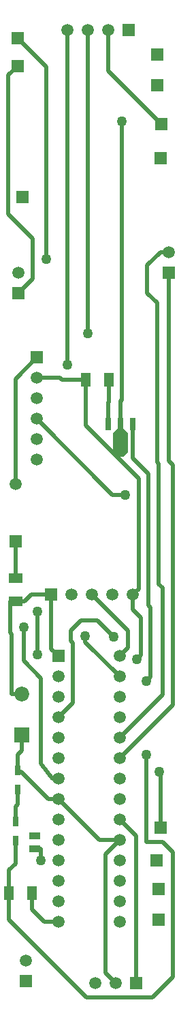
<source format=gbr>
G04 Layer_Physical_Order=1*
G04 Layer_Color=255*
%FSLAX24Y24*%
%MOIN*%
%TF.FileFunction,Copper,L1,Top,Signal*%
%TF.Part,Single*%
G01*
G75*
%TA.AperFunction,SMDPad,CuDef*%
%ADD10R,0.0453X0.0709*%
%ADD11R,0.0532X0.0374*%
%ADD12R,0.0709X0.0453*%
%ADD13R,0.0300X0.0450*%
%ADD14R,0.0276X0.0630*%
%ADD15R,0.0315X0.0551*%
%TA.AperFunction,Conductor*%
%ADD16C,0.0197*%
%TA.AperFunction,ComponentPad*%
%ADD17C,0.0591*%
%ADD18R,0.0591X0.0591*%
%ADD19R,0.0591X0.0591*%
%ADD20C,0.0728*%
%ADD21R,0.0728X0.0728*%
%TA.AperFunction,ViaPad*%
%ADD22C,0.0500*%
G36*
X61824Y63277D02*
Y62372D01*
X61607Y62155D01*
X61293D01*
X61076Y62372D01*
Y63277D01*
X61293Y63494D01*
X61607D01*
X61824Y63277D01*
D02*
G37*
D10*
X59729Y65900D02*
D03*
X60871D02*
D03*
X55979Y40800D02*
D03*
X57121D02*
D03*
D11*
X57250Y43615D02*
D03*
Y42985D02*
D03*
D12*
X56300Y55079D02*
D03*
Y56221D02*
D03*
D13*
Y44313D02*
D03*
Y43387D02*
D03*
X56400Y46813D02*
D03*
Y45887D02*
D03*
D14*
X60859Y63730D02*
D03*
X62041D02*
D03*
D15*
X61450Y63769D02*
D03*
D16*
X56060Y53540D02*
Y55079D01*
X56400Y46740D02*
X56565D01*
X57550Y42400D02*
Y42985D01*
X56400Y82600D02*
X57800Y81200D01*
Y71800D02*
Y81200D01*
X57370Y52460D02*
Y54580D01*
X58100Y46400D02*
X58400D01*
X57550Y47130D02*
X58100Y46400D01*
X57550Y47130D02*
Y51320D01*
X56710Y52160D02*
X57550Y51320D01*
X56710Y52160D02*
Y53800D01*
X57121Y40000D02*
Y40800D01*
Y40000D02*
X57721Y39400D01*
X58400D01*
X58850Y66640D02*
Y83000D01*
X59850Y68180D02*
Y83000D01*
X62041Y62087D02*
Y63730D01*
Y62087D02*
X62824Y61304D01*
Y54881D02*
Y61304D01*
Y54881D02*
X62926Y54779D01*
Y51386D02*
Y54779D01*
X62700Y51160D02*
X62926Y51386D01*
X62700Y43300D02*
Y47560D01*
Y43300D02*
X63500D01*
X64000Y42800D01*
Y36700D02*
Y42800D01*
X63000Y35700D02*
X64000Y36700D01*
X59780Y35700D02*
X63000D01*
X55979Y39501D02*
X59780Y35700D01*
X55979Y39501D02*
Y40800D01*
X58050Y52750D02*
Y55400D01*
Y52750D02*
X58400Y52400D01*
X61450Y63769D02*
Y64870D01*
X61500Y64920D01*
Y78550D01*
X61400Y48400D02*
X63494Y50494D01*
Y55742D01*
X63321Y55915D02*
X63494Y55742D01*
X63321Y55915D02*
Y61809D01*
X63245Y61885D02*
X63321Y61809D01*
X63245Y61885D02*
Y69662D01*
X62760Y70147D02*
X63245Y69662D01*
X62760Y70147D02*
Y71500D01*
X63410Y72150D01*
X63800D01*
X57350Y64000D02*
X61060Y60290D01*
X61679D01*
X60313Y54157D02*
X61120Y53350D01*
X59500Y54157D02*
X60313D01*
X59000Y53657D02*
X59500Y54157D01*
X59000Y53140D02*
Y53657D01*
Y53140D02*
X59100Y53040D01*
Y50100D02*
Y53040D01*
X58400Y49400D02*
X59100Y50100D01*
X59729Y63671D02*
Y65900D01*
Y63671D02*
X62327Y61073D01*
Y55677D02*
Y61073D01*
X62050Y55400D02*
X62327Y55677D01*
X63400Y44000D02*
Y46698D01*
X63348Y46750D02*
X63400Y46698D01*
X62240Y52250D02*
X62429Y52439D01*
Y54280D01*
X62050Y54659D02*
X62429Y54280D01*
X62050Y54659D02*
Y55400D01*
X56300Y55079D02*
X56753D01*
X57074Y55400D01*
X58050D01*
X61400Y52400D02*
X61819Y52819D01*
Y53631D01*
X60050Y55400D02*
X61819Y53631D01*
X56120Y50550D02*
X56600D01*
X56120D02*
Y53480D01*
X56060Y53540D02*
X56120Y53480D01*
X56060Y55079D02*
X56300D01*
Y60798D02*
Y65950D01*
X57350Y67000D01*
X63800Y61950D02*
Y71150D01*
Y61950D02*
X64000Y61750D01*
Y50000D02*
Y61750D01*
X61400Y47400D02*
X64000Y50000D01*
X59710Y53090D02*
X61400Y51400D01*
X59710Y53090D02*
Y53360D01*
X56400Y46740D02*
Y46813D01*
X56565Y46740D02*
X57905Y45400D01*
X58400D01*
X60871Y64811D02*
Y65900D01*
X60859Y64800D02*
X60871Y64811D01*
X60859Y63730D02*
Y64800D01*
X57250Y42985D02*
X57550D01*
X60400Y43400D02*
X61400D01*
X58400Y45400D02*
X60400Y43400D01*
X60700Y36900D02*
X61200Y36400D01*
X60700Y36900D02*
Y42700D01*
X61400Y43400D01*
X60850Y81000D02*
Y83000D01*
Y81000D02*
X63450Y78400D01*
X62200Y36400D02*
Y43600D01*
X61400Y44400D02*
X62200Y43600D01*
X56450Y70150D02*
X57150Y70850D01*
Y72800D01*
X55950Y74000D02*
X57150Y72800D01*
X55950Y74000D02*
Y80800D01*
X56400Y81250D01*
X56300Y56221D02*
Y58002D01*
X56400Y45150D02*
Y45887D01*
X56300Y45050D02*
X56400Y45150D01*
X56300Y44313D02*
Y45050D01*
Y42251D02*
Y43387D01*
X55979Y41930D02*
X56300Y42251D01*
X55979Y40800D02*
Y41930D01*
X58580Y65900D02*
X59729D01*
X58480Y66000D02*
X58580Y65900D01*
X57350Y66000D02*
X58480D01*
X56600Y47780D02*
Y48550D01*
X56400Y47580D02*
X56600Y47780D01*
X56400Y46813D02*
Y47580D01*
D17*
X56800Y37500D02*
D03*
X57350Y62000D02*
D03*
Y63000D02*
D03*
Y64000D02*
D03*
Y65000D02*
D03*
Y66000D02*
D03*
X61400Y39400D02*
D03*
Y40400D02*
D03*
Y41400D02*
D03*
Y42400D02*
D03*
Y43400D02*
D03*
Y44400D02*
D03*
Y45400D02*
D03*
Y46400D02*
D03*
Y47400D02*
D03*
Y48400D02*
D03*
Y49400D02*
D03*
Y50400D02*
D03*
Y51400D02*
D03*
Y52400D02*
D03*
X58400Y39400D02*
D03*
Y40400D02*
D03*
Y41400D02*
D03*
Y42400D02*
D03*
Y43400D02*
D03*
Y44400D02*
D03*
Y45400D02*
D03*
Y46400D02*
D03*
Y47400D02*
D03*
Y48400D02*
D03*
Y49400D02*
D03*
Y50400D02*
D03*
Y51400D02*
D03*
X59050Y55400D02*
D03*
X60050D02*
D03*
X61050D02*
D03*
X62050D02*
D03*
X56300Y60798D02*
D03*
X56450Y71150D02*
D03*
X63800Y72150D02*
D03*
X60850Y83000D02*
D03*
X59850D02*
D03*
X58850D02*
D03*
X60200Y36400D02*
D03*
X61200D02*
D03*
D18*
X56800Y36500D02*
D03*
X57350Y67000D02*
D03*
X63400Y44000D02*
D03*
X63200Y42400D02*
D03*
X63300Y41000D02*
D03*
Y39500D02*
D03*
X63250Y80300D02*
D03*
X56400Y81250D02*
D03*
X63250Y81800D02*
D03*
X56300Y58002D02*
D03*
X63450Y78400D02*
D03*
X63400Y76750D02*
D03*
X56450Y70150D02*
D03*
X63800Y71150D02*
D03*
X56400Y82600D02*
D03*
D19*
X58400Y52400D02*
D03*
X58050Y55400D02*
D03*
X56650Y74850D02*
D03*
X61850Y83000D02*
D03*
X62200Y36400D02*
D03*
D20*
X56600Y50550D02*
D03*
D21*
Y48550D02*
D03*
D22*
X57800Y71800D02*
D03*
X57370Y54580D02*
D03*
Y52460D02*
D03*
X56710Y53800D02*
D03*
X58850Y66640D02*
D03*
X59850Y68180D02*
D03*
X62700Y51160D02*
D03*
Y47560D02*
D03*
X61500Y78550D02*
D03*
X61679Y60290D02*
D03*
X61120Y53350D02*
D03*
X63348Y46750D02*
D03*
X62240Y52250D02*
D03*
X59710Y53360D02*
D03*
X57550Y42400D02*
D03*
%TF.MD5,1DDBBD5E5F9CA3A7269B12B8C7B3F20C*%
M02*

</source>
